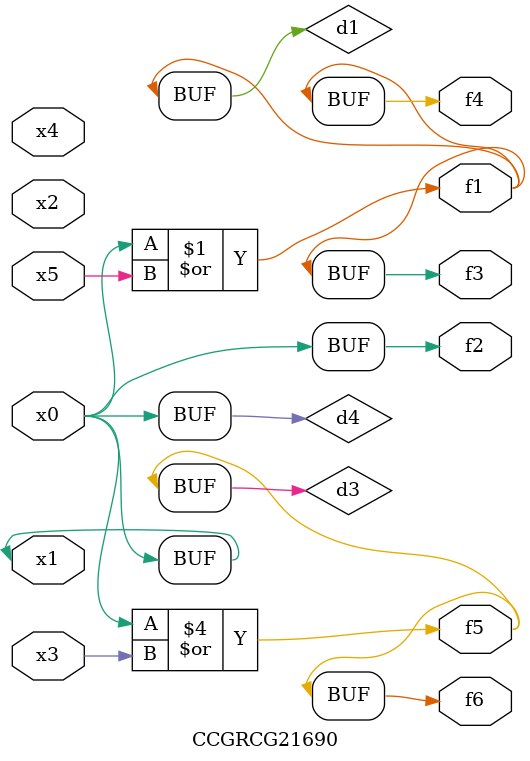
<source format=v>
module CCGRCG21690(
	input x0, x1, x2, x3, x4, x5,
	output f1, f2, f3, f4, f5, f6
);

	wire d1, d2, d3, d4;

	or (d1, x0, x5);
	xnor (d2, x1, x4);
	or (d3, x0, x3);
	buf (d4, x0, x1);
	assign f1 = d1;
	assign f2 = d4;
	assign f3 = d1;
	assign f4 = d1;
	assign f5 = d3;
	assign f6 = d3;
endmodule

</source>
